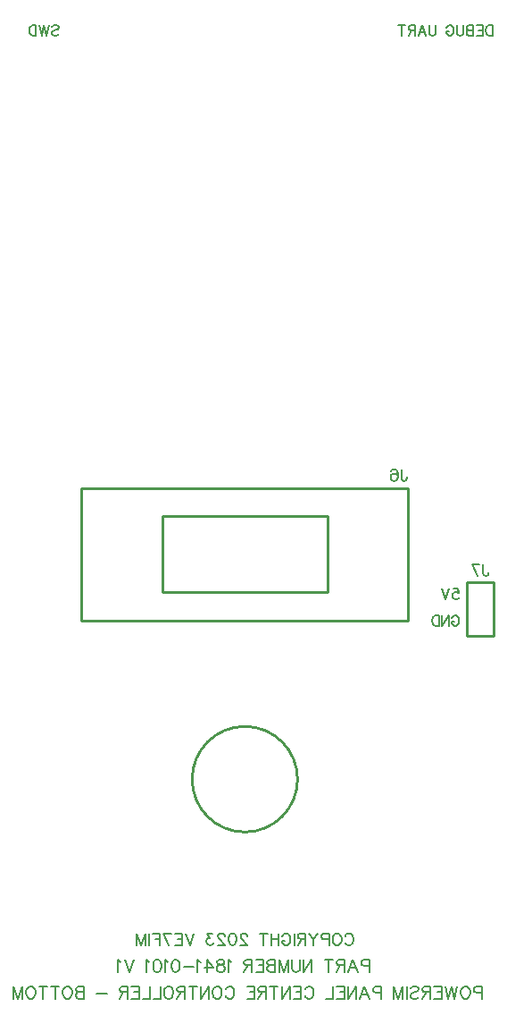
<source format=gbo>
G04 Layer: BottomSilkscreenLayer*
G04 EasyEDA v6.5.29, 2023-07-19 22:01:03*
G04 8eb2f2613b91424b8de75a29ec9d0e09,5a6b42c53f6a479593ecc07194224c93,10*
G04 Gerber Generator version 0.2*
G04 Scale: 100 percent, Rotated: No, Reflected: No *
G04 Dimensions in millimeters *
G04 leading zeros omitted , absolute positions ,4 integer and 5 decimal *
%FSLAX45Y45*%
%MOMM*%

%ADD10C,0.1524*%
%ADD11C,0.2032*%
%ADD12C,0.2540*%

%LPD*%
D10*
X13536467Y952962D02*
G01*
X13541664Y963353D01*
X13552055Y973744D01*
X13562444Y978938D01*
X13583226Y978938D01*
X13593617Y973744D01*
X13604008Y963353D01*
X13609205Y952962D01*
X13614400Y937374D01*
X13614400Y911397D01*
X13609205Y895812D01*
X13604008Y885421D01*
X13593617Y875029D01*
X13583226Y869835D01*
X13562444Y869835D01*
X13552055Y875029D01*
X13541664Y885421D01*
X13536467Y895812D01*
X13471004Y978938D02*
G01*
X13481395Y973744D01*
X13491786Y963353D01*
X13496983Y952962D01*
X13502177Y937374D01*
X13502177Y911397D01*
X13496983Y895812D01*
X13491786Y885421D01*
X13481395Y875029D01*
X13471004Y869835D01*
X13450224Y869835D01*
X13439833Y875029D01*
X13429442Y885421D01*
X13424245Y895812D01*
X13419051Y911397D01*
X13419051Y937374D01*
X13424245Y952962D01*
X13429442Y963353D01*
X13439833Y973744D01*
X13450224Y978938D01*
X13471004Y978938D01*
X13384761Y978938D02*
G01*
X13384761Y869835D01*
X13384761Y978938D02*
G01*
X13338002Y978938D01*
X13322414Y973744D01*
X13317220Y968547D01*
X13312025Y958156D01*
X13312025Y942571D01*
X13317220Y932179D01*
X13322414Y926985D01*
X13338002Y921788D01*
X13384761Y921788D01*
X13277735Y978938D02*
G01*
X13236171Y926985D01*
X13236171Y869835D01*
X13194606Y978938D02*
G01*
X13236171Y926985D01*
X13160316Y978938D02*
G01*
X13160316Y869835D01*
X13160316Y978938D02*
G01*
X13113557Y978938D01*
X13097972Y973744D01*
X13092775Y968547D01*
X13087581Y958156D01*
X13087581Y947765D01*
X13092775Y937374D01*
X13097972Y932179D01*
X13113557Y926985D01*
X13160316Y926985D01*
X13123948Y926985D02*
G01*
X13087581Y869835D01*
X13053291Y978938D02*
G01*
X13053291Y869835D01*
X12941068Y952962D02*
G01*
X12946265Y963353D01*
X12956654Y973744D01*
X12967045Y978938D01*
X12987827Y978938D01*
X12998218Y973744D01*
X13008609Y963353D01*
X13013804Y952962D01*
X13019001Y937374D01*
X13019001Y911397D01*
X13013804Y895812D01*
X13008609Y885421D01*
X12998218Y875029D01*
X12987827Y869835D01*
X12967045Y869835D01*
X12956654Y875029D01*
X12946265Y885421D01*
X12941068Y895812D01*
X12941068Y911397D01*
X12967045Y911397D02*
G01*
X12941068Y911397D01*
X12906778Y978938D02*
G01*
X12906778Y869835D01*
X12834043Y978938D02*
G01*
X12834043Y869835D01*
X12906778Y926985D02*
G01*
X12834043Y926985D01*
X12763385Y978938D02*
G01*
X12763385Y869835D01*
X12799753Y978938D02*
G01*
X12727015Y978938D01*
X12607521Y952962D02*
G01*
X12607521Y958156D01*
X12602324Y968547D01*
X12597129Y973744D01*
X12586738Y978938D01*
X12565956Y978938D01*
X12555565Y973744D01*
X12550371Y968547D01*
X12545174Y958156D01*
X12545174Y947765D01*
X12550371Y937374D01*
X12560762Y921788D01*
X12612715Y869835D01*
X12539979Y869835D01*
X12474516Y978938D02*
G01*
X12490104Y973744D01*
X12500495Y958156D01*
X12505690Y932179D01*
X12505690Y916594D01*
X12500495Y890615D01*
X12490104Y875029D01*
X12474516Y869835D01*
X12464125Y869835D01*
X12448540Y875029D01*
X12438148Y890615D01*
X12432954Y916594D01*
X12432954Y932179D01*
X12438148Y958156D01*
X12448540Y973744D01*
X12464125Y978938D01*
X12474516Y978938D01*
X12393467Y952962D02*
G01*
X12393467Y958156D01*
X12388273Y968547D01*
X12383076Y973744D01*
X12372685Y978938D01*
X12351905Y978938D01*
X12341514Y973744D01*
X12336317Y968547D01*
X12331123Y958156D01*
X12331123Y947765D01*
X12336317Y937374D01*
X12346708Y921788D01*
X12398664Y869835D01*
X12325926Y869835D01*
X12281245Y978938D02*
G01*
X12224095Y978938D01*
X12255268Y937374D01*
X12239683Y937374D01*
X12229292Y932179D01*
X12224095Y926985D01*
X12218901Y911397D01*
X12218901Y901006D01*
X12224095Y885421D01*
X12234486Y875029D01*
X12250074Y869835D01*
X12265659Y869835D01*
X12281245Y875029D01*
X12286442Y880224D01*
X12291636Y890615D01*
X12104601Y978938D02*
G01*
X12063036Y869835D01*
X12021474Y978938D02*
G01*
X12063036Y869835D01*
X11987184Y978938D02*
G01*
X11987184Y869835D01*
X11987184Y978938D02*
G01*
X11919643Y978938D01*
X11987184Y926985D02*
G01*
X11945620Y926985D01*
X11987184Y869835D02*
G01*
X11919643Y869835D01*
X11812615Y978938D02*
G01*
X11864571Y869835D01*
X11885353Y978938D02*
G01*
X11812615Y978938D01*
X11778325Y978938D02*
G01*
X11778325Y869835D01*
X11778325Y978938D02*
G01*
X11710784Y978938D01*
X11778325Y926985D02*
G01*
X11736763Y926985D01*
X11676494Y978938D02*
G01*
X11676494Y869835D01*
X11642204Y978938D02*
G01*
X11642204Y869835D01*
X11642204Y978938D02*
G01*
X11600642Y869835D01*
X11559077Y978938D02*
G01*
X11600642Y869835D01*
X11559077Y978938D02*
G01*
X11559077Y869835D01*
D11*
X13766800Y730689D02*
G01*
X13766800Y616145D01*
X13766800Y730689D02*
G01*
X13717709Y730689D01*
X13701346Y725236D01*
X13695890Y719782D01*
X13690437Y708873D01*
X13690437Y692508D01*
X13695890Y681598D01*
X13701346Y676145D01*
X13717709Y670689D01*
X13766800Y670689D01*
X13610800Y730689D02*
G01*
X13654435Y616145D01*
X13610800Y730689D02*
G01*
X13567163Y616145D01*
X13638072Y654326D02*
G01*
X13583528Y654326D01*
X13531164Y730689D02*
G01*
X13531164Y616145D01*
X13531164Y730689D02*
G01*
X13482073Y730689D01*
X13465710Y725236D01*
X13460255Y719782D01*
X13454801Y708873D01*
X13454801Y697964D01*
X13460255Y687054D01*
X13465710Y681598D01*
X13482073Y676145D01*
X13531164Y676145D01*
X13492982Y676145D02*
G01*
X13454801Y616145D01*
X13380618Y730689D02*
G01*
X13380618Y616145D01*
X13418799Y730689D02*
G01*
X13342437Y730689D01*
X13222437Y730689D02*
G01*
X13222437Y616145D01*
X13222437Y730689D02*
G01*
X13146074Y616145D01*
X13146074Y730689D02*
G01*
X13146074Y616145D01*
X13110072Y730689D02*
G01*
X13110072Y648873D01*
X13104619Y632508D01*
X13093710Y621598D01*
X13077347Y616145D01*
X13066438Y616145D01*
X13050072Y621598D01*
X13039166Y632508D01*
X13033710Y648873D01*
X13033710Y730689D01*
X12997710Y730689D02*
G01*
X12997710Y616145D01*
X12997710Y730689D02*
G01*
X12954073Y616145D01*
X12910438Y730689D02*
G01*
X12954073Y616145D01*
X12910438Y730689D02*
G01*
X12910438Y616145D01*
X12874437Y730689D02*
G01*
X12874437Y616145D01*
X12874437Y730689D02*
G01*
X12825346Y730689D01*
X12808983Y725236D01*
X12803530Y719782D01*
X12798074Y708873D01*
X12798074Y697964D01*
X12803530Y687054D01*
X12808983Y681598D01*
X12825346Y676145D01*
X12874437Y676145D02*
G01*
X12825346Y676145D01*
X12808983Y670689D01*
X12803530Y665236D01*
X12798074Y654326D01*
X12798074Y637964D01*
X12803530Y627054D01*
X12808983Y621598D01*
X12825346Y616145D01*
X12874437Y616145D01*
X12762075Y730689D02*
G01*
X12762075Y616145D01*
X12762075Y730689D02*
G01*
X12691165Y730689D01*
X12762075Y676145D02*
G01*
X12718437Y676145D01*
X12762075Y616145D02*
G01*
X12691165Y616145D01*
X12655166Y730689D02*
G01*
X12655166Y616145D01*
X12655166Y730689D02*
G01*
X12606075Y730689D01*
X12589710Y725236D01*
X12584257Y719782D01*
X12578801Y708873D01*
X12578801Y697964D01*
X12584257Y687054D01*
X12589710Y681598D01*
X12606075Y676145D01*
X12655166Y676145D01*
X12616985Y676145D02*
G01*
X12578801Y616145D01*
X12458801Y708873D02*
G01*
X12447892Y714326D01*
X12431529Y730689D01*
X12431529Y616145D01*
X12368258Y730689D02*
G01*
X12384620Y725236D01*
X12390074Y714326D01*
X12390074Y703417D01*
X12384620Y692508D01*
X12373711Y687054D01*
X12351893Y681598D01*
X12335530Y676145D01*
X12324621Y665236D01*
X12319167Y654326D01*
X12319167Y637964D01*
X12324621Y627054D01*
X12330074Y621598D01*
X12346439Y616145D01*
X12368258Y616145D01*
X12384620Y621598D01*
X12390074Y627054D01*
X12395530Y637964D01*
X12395530Y654326D01*
X12390074Y665236D01*
X12379167Y676145D01*
X12362802Y681598D01*
X12340983Y687054D01*
X12330074Y692508D01*
X12324621Y703417D01*
X12324621Y714326D01*
X12330074Y725236D01*
X12346439Y730689D01*
X12368258Y730689D01*
X12228621Y730689D02*
G01*
X12283165Y654326D01*
X12201349Y654326D01*
X12228621Y730689D02*
G01*
X12228621Y616145D01*
X12165347Y708873D02*
G01*
X12154438Y714326D01*
X12138075Y730689D01*
X12138075Y616145D01*
X12102076Y665236D02*
G01*
X12003895Y665236D01*
X11935167Y730689D02*
G01*
X11951530Y725236D01*
X11962439Y708873D01*
X11967893Y681598D01*
X11967893Y665236D01*
X11962439Y637964D01*
X11951530Y621598D01*
X11935167Y616145D01*
X11924258Y616145D01*
X11907893Y621598D01*
X11896986Y637964D01*
X11891530Y665236D01*
X11891530Y681598D01*
X11896986Y708873D01*
X11907893Y725236D01*
X11924258Y730689D01*
X11935167Y730689D01*
X11855531Y708873D02*
G01*
X11844621Y714326D01*
X11828259Y730689D01*
X11828259Y616145D01*
X11759531Y730689D02*
G01*
X11775894Y725236D01*
X11786803Y708873D01*
X11792257Y681598D01*
X11792257Y665236D01*
X11786803Y637964D01*
X11775894Y621598D01*
X11759531Y616145D01*
X11748622Y616145D01*
X11732257Y621598D01*
X11721350Y637964D01*
X11715894Y665236D01*
X11715894Y681598D01*
X11721350Y708873D01*
X11732257Y725236D01*
X11748622Y730689D01*
X11759531Y730689D01*
X11679895Y708873D02*
G01*
X11668986Y714326D01*
X11652623Y730689D01*
X11652623Y616145D01*
X11532623Y730689D02*
G01*
X11488986Y616145D01*
X11445349Y730689D02*
G01*
X11488986Y616145D01*
X11409349Y708873D02*
G01*
X11398440Y714326D01*
X11382077Y730689D01*
X11382077Y616145D01*
X14833600Y476689D02*
G01*
X14833600Y362145D01*
X14833600Y476689D02*
G01*
X14784509Y476689D01*
X14768146Y471236D01*
X14762690Y465782D01*
X14757237Y454873D01*
X14757237Y438508D01*
X14762690Y427598D01*
X14768146Y422145D01*
X14784509Y416689D01*
X14833600Y416689D01*
X14688510Y476689D02*
G01*
X14699419Y471236D01*
X14710328Y460326D01*
X14715782Y449417D01*
X14721235Y433054D01*
X14721235Y405782D01*
X14715782Y389417D01*
X14710328Y378508D01*
X14699419Y367598D01*
X14688510Y362145D01*
X14666691Y362145D01*
X14655782Y367598D01*
X14644872Y378508D01*
X14639419Y389417D01*
X14633963Y405782D01*
X14633963Y433054D01*
X14639419Y449417D01*
X14644872Y460326D01*
X14655782Y471236D01*
X14666691Y476689D01*
X14688510Y476689D01*
X14597964Y476689D02*
G01*
X14570692Y362145D01*
X14543417Y476689D02*
G01*
X14570692Y362145D01*
X14543417Y476689D02*
G01*
X14516145Y362145D01*
X14488873Y476689D02*
G01*
X14516145Y362145D01*
X14452874Y476689D02*
G01*
X14452874Y362145D01*
X14452874Y476689D02*
G01*
X14381965Y476689D01*
X14452874Y422145D02*
G01*
X14409237Y422145D01*
X14452874Y362145D02*
G01*
X14381965Y362145D01*
X14345965Y476689D02*
G01*
X14345965Y362145D01*
X14345965Y476689D02*
G01*
X14296872Y476689D01*
X14280509Y471236D01*
X14275056Y465782D01*
X14269600Y454873D01*
X14269600Y443964D01*
X14275056Y433054D01*
X14280509Y427598D01*
X14296872Y422145D01*
X14345965Y422145D01*
X14307781Y422145D02*
G01*
X14269600Y362145D01*
X14157238Y460326D02*
G01*
X14168147Y471236D01*
X14184510Y476689D01*
X14206329Y476689D01*
X14222691Y471236D01*
X14233601Y460326D01*
X14233601Y449417D01*
X14228147Y438508D01*
X14222691Y433054D01*
X14211782Y427598D01*
X14179054Y416689D01*
X14168147Y411236D01*
X14162692Y405782D01*
X14157238Y394873D01*
X14157238Y378508D01*
X14168147Y367598D01*
X14184510Y362145D01*
X14206329Y362145D01*
X14222691Y367598D01*
X14233601Y378508D01*
X14121236Y476689D02*
G01*
X14121236Y362145D01*
X14085237Y476689D02*
G01*
X14085237Y362145D01*
X14085237Y476689D02*
G01*
X14041602Y362145D01*
X13997965Y476689D02*
G01*
X14041602Y362145D01*
X13997965Y476689D02*
G01*
X13997965Y362145D01*
X13877965Y476689D02*
G01*
X13877965Y362145D01*
X13877965Y476689D02*
G01*
X13828875Y476689D01*
X13812512Y471236D01*
X13807056Y465782D01*
X13801603Y454873D01*
X13801603Y438508D01*
X13807056Y427598D01*
X13812512Y422145D01*
X13828875Y416689D01*
X13877965Y416689D01*
X13721966Y476689D02*
G01*
X13765601Y362145D01*
X13721966Y476689D02*
G01*
X13678329Y362145D01*
X13749238Y400326D02*
G01*
X13694691Y400326D01*
X13642329Y476689D02*
G01*
X13642329Y362145D01*
X13642329Y476689D02*
G01*
X13565967Y362145D01*
X13565967Y476689D02*
G01*
X13565967Y362145D01*
X13529965Y476689D02*
G01*
X13529965Y362145D01*
X13529965Y476689D02*
G01*
X13459056Y476689D01*
X13529965Y422145D02*
G01*
X13486330Y422145D01*
X13529965Y362145D02*
G01*
X13459056Y362145D01*
X13423056Y476689D02*
G01*
X13423056Y362145D01*
X13423056Y362145D02*
G01*
X13357603Y362145D01*
X13155785Y449417D02*
G01*
X13161238Y460326D01*
X13172147Y471236D01*
X13183057Y476689D01*
X13204875Y476689D01*
X13215785Y471236D01*
X13226694Y460326D01*
X13232147Y449417D01*
X13237603Y433054D01*
X13237603Y405782D01*
X13232147Y389417D01*
X13226694Y378508D01*
X13215785Y367598D01*
X13204875Y362145D01*
X13183057Y362145D01*
X13172147Y367598D01*
X13161238Y378508D01*
X13155785Y389417D01*
X13119785Y476689D02*
G01*
X13119785Y362145D01*
X13119785Y476689D02*
G01*
X13048876Y476689D01*
X13119785Y422145D02*
G01*
X13076148Y422145D01*
X13119785Y362145D02*
G01*
X13048876Y362145D01*
X13012877Y476689D02*
G01*
X13012877Y362145D01*
X13012877Y476689D02*
G01*
X12936512Y362145D01*
X12936512Y476689D02*
G01*
X12936512Y362145D01*
X12862331Y476689D02*
G01*
X12862331Y362145D01*
X12900512Y476689D02*
G01*
X12824150Y476689D01*
X12788150Y476689D02*
G01*
X12788150Y362145D01*
X12788150Y476689D02*
G01*
X12739057Y476689D01*
X12722694Y471236D01*
X12717241Y465782D01*
X12711785Y454873D01*
X12711785Y443964D01*
X12717241Y433054D01*
X12722694Y427598D01*
X12739057Y422145D01*
X12788150Y422145D01*
X12749966Y422145D02*
G01*
X12711785Y362145D01*
X12675786Y476689D02*
G01*
X12675786Y362145D01*
X12675786Y476689D02*
G01*
X12604877Y476689D01*
X12675786Y422145D02*
G01*
X12632148Y422145D01*
X12675786Y362145D02*
G01*
X12604877Y362145D01*
X12403058Y449417D02*
G01*
X12408514Y460326D01*
X12419423Y471236D01*
X12430333Y476689D01*
X12452149Y476689D01*
X12463058Y471236D01*
X12473967Y460326D01*
X12479423Y449417D01*
X12484877Y433054D01*
X12484877Y405782D01*
X12479423Y389417D01*
X12473967Y378508D01*
X12463058Y367598D01*
X12452149Y362145D01*
X12430333Y362145D01*
X12419423Y367598D01*
X12408514Y378508D01*
X12403058Y389417D01*
X12334331Y476689D02*
G01*
X12345240Y471236D01*
X12356150Y460326D01*
X12361605Y449417D01*
X12367059Y433054D01*
X12367059Y405782D01*
X12361605Y389417D01*
X12356150Y378508D01*
X12345240Y367598D01*
X12334331Y362145D01*
X12312515Y362145D01*
X12301606Y367598D01*
X12290696Y378508D01*
X12285240Y389417D01*
X12279787Y405782D01*
X12279787Y433054D01*
X12285240Y449417D01*
X12290696Y460326D01*
X12301606Y471236D01*
X12312515Y476689D01*
X12334331Y476689D01*
X12243788Y476689D02*
G01*
X12243788Y362145D01*
X12243788Y476689D02*
G01*
X12167422Y362145D01*
X12167422Y476689D02*
G01*
X12167422Y362145D01*
X12093242Y476689D02*
G01*
X12093242Y362145D01*
X12131423Y476689D02*
G01*
X12055060Y476689D01*
X12019059Y476689D02*
G01*
X12019059Y362145D01*
X12019059Y476689D02*
G01*
X11969968Y476689D01*
X11953605Y471236D01*
X11948152Y465782D01*
X11942696Y454873D01*
X11942696Y443964D01*
X11948152Y433054D01*
X11953605Y427598D01*
X11969968Y422145D01*
X12019059Y422145D01*
X11980877Y422145D02*
G01*
X11942696Y362145D01*
X11873969Y476689D02*
G01*
X11884878Y471236D01*
X11895787Y460326D01*
X11901241Y449417D01*
X11906697Y433054D01*
X11906697Y405782D01*
X11901241Y389417D01*
X11895787Y378508D01*
X11884878Y367598D01*
X11873969Y362145D01*
X11852150Y362145D01*
X11841241Y367598D01*
X11830334Y378508D01*
X11824878Y389417D01*
X11819425Y405782D01*
X11819425Y433054D01*
X11824878Y449417D01*
X11830334Y460326D01*
X11841241Y471236D01*
X11852150Y476689D01*
X11873969Y476689D01*
X11783423Y476689D02*
G01*
X11783423Y362145D01*
X11783423Y362145D02*
G01*
X11717969Y362145D01*
X11681970Y476689D02*
G01*
X11681970Y362145D01*
X11681970Y362145D02*
G01*
X11616514Y362145D01*
X11580515Y476689D02*
G01*
X11580515Y362145D01*
X11580515Y476689D02*
G01*
X11509606Y476689D01*
X11580515Y422145D02*
G01*
X11536878Y422145D01*
X11580515Y362145D02*
G01*
X11509606Y362145D01*
X11473606Y476689D02*
G01*
X11473606Y362145D01*
X11473606Y476689D02*
G01*
X11424516Y476689D01*
X11408153Y471236D01*
X11402697Y465782D01*
X11397244Y454873D01*
X11397244Y443964D01*
X11402697Y433054D01*
X11408153Y427598D01*
X11424516Y422145D01*
X11473606Y422145D01*
X11435425Y422145D02*
G01*
X11397244Y362145D01*
X11277244Y411236D02*
G01*
X11179060Y411236D01*
X11059060Y476689D02*
G01*
X11059060Y362145D01*
X11059060Y476689D02*
G01*
X11009970Y476689D01*
X10993607Y471236D01*
X10988154Y465782D01*
X10982698Y454873D01*
X10982698Y443964D01*
X10988154Y433054D01*
X10993607Y427598D01*
X11009970Y422145D01*
X11059060Y422145D02*
G01*
X11009970Y422145D01*
X10993607Y416689D01*
X10988154Y411236D01*
X10982698Y400326D01*
X10982698Y383964D01*
X10988154Y373054D01*
X10993607Y367598D01*
X11009970Y362145D01*
X11059060Y362145D01*
X10913971Y476689D02*
G01*
X10924880Y471236D01*
X10935789Y460326D01*
X10941243Y449417D01*
X10946698Y433054D01*
X10946698Y405782D01*
X10941243Y389417D01*
X10935789Y378508D01*
X10924880Y367598D01*
X10913971Y362145D01*
X10892152Y362145D01*
X10881243Y367598D01*
X10870336Y378508D01*
X10864880Y389417D01*
X10859427Y405782D01*
X10859427Y433054D01*
X10864880Y449417D01*
X10870336Y460326D01*
X10881243Y471236D01*
X10892152Y476689D01*
X10913971Y476689D01*
X10785243Y476689D02*
G01*
X10785243Y362145D01*
X10823425Y476689D02*
G01*
X10747062Y476689D01*
X10672881Y476689D02*
G01*
X10672881Y362145D01*
X10711063Y476689D02*
G01*
X10634698Y476689D01*
X10565973Y476689D02*
G01*
X10576880Y471236D01*
X10587789Y460326D01*
X10593245Y449417D01*
X10598698Y433054D01*
X10598698Y405782D01*
X10593245Y389417D01*
X10587789Y378508D01*
X10576880Y367598D01*
X10565973Y362145D01*
X10544154Y362145D01*
X10533245Y367598D01*
X10522336Y378508D01*
X10516880Y389417D01*
X10511426Y405782D01*
X10511426Y433054D01*
X10516880Y449417D01*
X10522336Y460326D01*
X10533245Y471236D01*
X10544154Y476689D01*
X10565973Y476689D01*
X10475427Y476689D02*
G01*
X10475427Y362145D01*
X10475427Y476689D02*
G01*
X10431790Y362145D01*
X10388155Y476689D02*
G01*
X10431790Y362145D01*
X10388155Y476689D02*
G01*
X10388155Y362145D01*
D10*
X14549627Y3964431D02*
G01*
X14553945Y3973576D01*
X14563090Y3982465D01*
X14572234Y3987037D01*
X14590522Y3987037D01*
X14599411Y3982465D01*
X14608556Y3973576D01*
X14613127Y3964431D01*
X14617700Y3950715D01*
X14617700Y3928110D01*
X14613127Y3914394D01*
X14608556Y3905250D01*
X14599411Y3896105D01*
X14590522Y3891534D01*
X14572234Y3891534D01*
X14563090Y3896105D01*
X14553945Y3905250D01*
X14549627Y3914394D01*
X14549627Y3928110D01*
X14572234Y3928110D02*
G01*
X14549627Y3928110D01*
X14519402Y3987037D02*
G01*
X14519402Y3891534D01*
X14519402Y3987037D02*
G01*
X14455902Y3891534D01*
X14455902Y3987037D02*
G01*
X14455902Y3891534D01*
X14425929Y3987037D02*
G01*
X14425929Y3891534D01*
X14425929Y3987037D02*
G01*
X14394179Y3987037D01*
X14380463Y3982465D01*
X14371320Y3973576D01*
X14366747Y3964431D01*
X14362175Y3950715D01*
X14362175Y3928110D01*
X14366747Y3914394D01*
X14371320Y3905250D01*
X14380463Y3896105D01*
X14394179Y3891534D01*
X14425929Y3891534D01*
X14563090Y4241037D02*
G01*
X14608556Y4241037D01*
X14613127Y4200144D01*
X14608556Y4204715D01*
X14595093Y4209287D01*
X14581377Y4209287D01*
X14567661Y4204715D01*
X14558518Y4195571D01*
X14553945Y4182110D01*
X14553945Y4172965D01*
X14558518Y4159250D01*
X14567661Y4150105D01*
X14581377Y4145534D01*
X14595093Y4145534D01*
X14608556Y4150105D01*
X14613127Y4154678D01*
X14617700Y4163821D01*
X14523974Y4241037D02*
G01*
X14487652Y4145534D01*
X14451329Y4241037D02*
G01*
X14487652Y4145534D01*
X14845144Y4471438D02*
G01*
X14845144Y4388312D01*
X14850341Y4372724D01*
X14855535Y4367529D01*
X14865926Y4362335D01*
X14876317Y4362335D01*
X14886708Y4367529D01*
X14891905Y4372724D01*
X14897100Y4388312D01*
X14897100Y4398703D01*
X14738118Y4471438D02*
G01*
X14790074Y4362335D01*
X14810854Y4471438D02*
G01*
X14738118Y4471438D01*
X10756643Y9561367D02*
G01*
X10765787Y9570511D01*
X10779503Y9575083D01*
X10797791Y9575083D01*
X10811253Y9570511D01*
X10820397Y9561367D01*
X10820397Y9552477D01*
X10815825Y9543333D01*
X10811253Y9538761D01*
X10802109Y9534189D01*
X10774931Y9525045D01*
X10765787Y9520473D01*
X10761215Y9515901D01*
X10756643Y9507011D01*
X10756643Y9493295D01*
X10765787Y9484151D01*
X10779503Y9479579D01*
X10797791Y9479579D01*
X10811253Y9484151D01*
X10820397Y9493295D01*
X10726671Y9575083D02*
G01*
X10704065Y9479579D01*
X10681205Y9575083D02*
G01*
X10704065Y9479579D01*
X10681205Y9575083D02*
G01*
X10658599Y9479579D01*
X10635739Y9575083D02*
G01*
X10658599Y9479579D01*
X10605767Y9575083D02*
G01*
X10605767Y9479579D01*
X10605767Y9575083D02*
G01*
X10574017Y9575083D01*
X10560301Y9570511D01*
X10551411Y9561367D01*
X10546839Y9552477D01*
X10542267Y9538761D01*
X10542267Y9515901D01*
X10546839Y9502439D01*
X10551411Y9493295D01*
X10560301Y9484151D01*
X10574017Y9479579D01*
X10605767Y9479579D01*
X14935200Y9575037D02*
G01*
X14935200Y9479534D01*
X14935200Y9575037D02*
G01*
X14903450Y9575037D01*
X14889734Y9570465D01*
X14880590Y9561576D01*
X14876018Y9552431D01*
X14871445Y9538715D01*
X14871445Y9516110D01*
X14876018Y9502394D01*
X14880590Y9493250D01*
X14889734Y9484105D01*
X14903450Y9479534D01*
X14935200Y9479534D01*
X14841474Y9575037D02*
G01*
X14841474Y9479534D01*
X14841474Y9575037D02*
G01*
X14782545Y9575037D01*
X14841474Y9529571D02*
G01*
X14805152Y9529571D01*
X14841474Y9479534D02*
G01*
X14782545Y9479534D01*
X14752574Y9575037D02*
G01*
X14752574Y9479534D01*
X14752574Y9575037D02*
G01*
X14711679Y9575037D01*
X14697963Y9570465D01*
X14693391Y9565894D01*
X14688820Y9557004D01*
X14688820Y9547860D01*
X14693391Y9538715D01*
X14697963Y9534144D01*
X14711679Y9529571D01*
X14752574Y9529571D02*
G01*
X14711679Y9529571D01*
X14697963Y9525000D01*
X14693391Y9520681D01*
X14688820Y9511537D01*
X14688820Y9497821D01*
X14693391Y9488678D01*
X14697963Y9484105D01*
X14711679Y9479534D01*
X14752574Y9479534D01*
X14658847Y9575037D02*
G01*
X14658847Y9506965D01*
X14654275Y9493250D01*
X14645131Y9484105D01*
X14631670Y9479534D01*
X14622525Y9479534D01*
X14608809Y9484105D01*
X14599666Y9493250D01*
X14595093Y9506965D01*
X14595093Y9575037D01*
X14497050Y9552431D02*
G01*
X14501622Y9561576D01*
X14510766Y9570465D01*
X14519656Y9575037D01*
X14537943Y9575037D01*
X14547088Y9570465D01*
X14556231Y9561576D01*
X14560550Y9552431D01*
X14565122Y9538715D01*
X14565122Y9516110D01*
X14560550Y9502394D01*
X14556231Y9493250D01*
X14547088Y9484105D01*
X14537943Y9479534D01*
X14519656Y9479534D01*
X14510766Y9484105D01*
X14501622Y9493250D01*
X14497050Y9502394D01*
X14497050Y9516110D01*
X14519656Y9516110D02*
G01*
X14497050Y9516110D01*
X14396974Y9575037D02*
G01*
X14396974Y9506965D01*
X14392402Y9493250D01*
X14383258Y9484105D01*
X14369795Y9479534D01*
X14360652Y9479534D01*
X14346936Y9484105D01*
X14338045Y9493250D01*
X14333474Y9506965D01*
X14333474Y9575037D01*
X14266925Y9575037D02*
G01*
X14303502Y9479534D01*
X14266925Y9575037D02*
G01*
X14230604Y9479534D01*
X14289786Y9511537D02*
G01*
X14244320Y9511537D01*
X14200631Y9575037D02*
G01*
X14200631Y9479534D01*
X14200631Y9575037D02*
G01*
X14159738Y9575037D01*
X14146022Y9570465D01*
X14141450Y9565894D01*
X14137131Y9557004D01*
X14137131Y9547860D01*
X14141450Y9538715D01*
X14146022Y9534144D01*
X14159738Y9529571D01*
X14200631Y9529571D01*
X14168881Y9529571D02*
G01*
X14137131Y9479534D01*
X14075156Y9575037D02*
G01*
X14075156Y9479534D01*
X14106906Y9575037D02*
G01*
X14043406Y9575037D01*
X14070418Y5373128D02*
G01*
X14070418Y5290002D01*
X14075615Y5274414D01*
X14080810Y5269219D01*
X14091201Y5264025D01*
X14101592Y5264025D01*
X14111983Y5269219D01*
X14117180Y5274414D01*
X14122374Y5290002D01*
X14122374Y5300393D01*
X13973784Y5357543D02*
G01*
X13978978Y5367934D01*
X13994566Y5373128D01*
X14004958Y5373128D01*
X14020543Y5367934D01*
X14030934Y5352346D01*
X14036128Y5326369D01*
X14036128Y5300393D01*
X14030934Y5279610D01*
X14020543Y5269219D01*
X14004958Y5264025D01*
X13999761Y5264025D01*
X13984175Y5269219D01*
X13973784Y5279610D01*
X13968590Y5295196D01*
X13968590Y5300393D01*
X13973784Y5315978D01*
X13984175Y5326369D01*
X13999761Y5331564D01*
X14004958Y5331564D01*
X14020543Y5326369D01*
X14030934Y5315978D01*
X14036128Y5300393D01*
D12*
X14947900Y3797300D02*
G01*
X14693900Y3797300D01*
X14693900Y4305300D01*
X14947900Y4305300D01*
X14947900Y3797300D01*
X14693900Y3797300D01*
X13366727Y4933934D02*
G01*
X13354016Y4933937D01*
X11804616Y4933937D01*
X11804616Y4210037D01*
X13366716Y4210037D01*
X13366716Y4933937D01*
X14135072Y3936987D02*
G01*
X14135072Y5194287D01*
X11036272Y5194287D01*
X11036272Y3936987D01*
X14135072Y3936987D01*
G75*
G01
X13085699Y2438400D02*
G03X13085699Y2438400I-499999J0D01*
M02*

</source>
